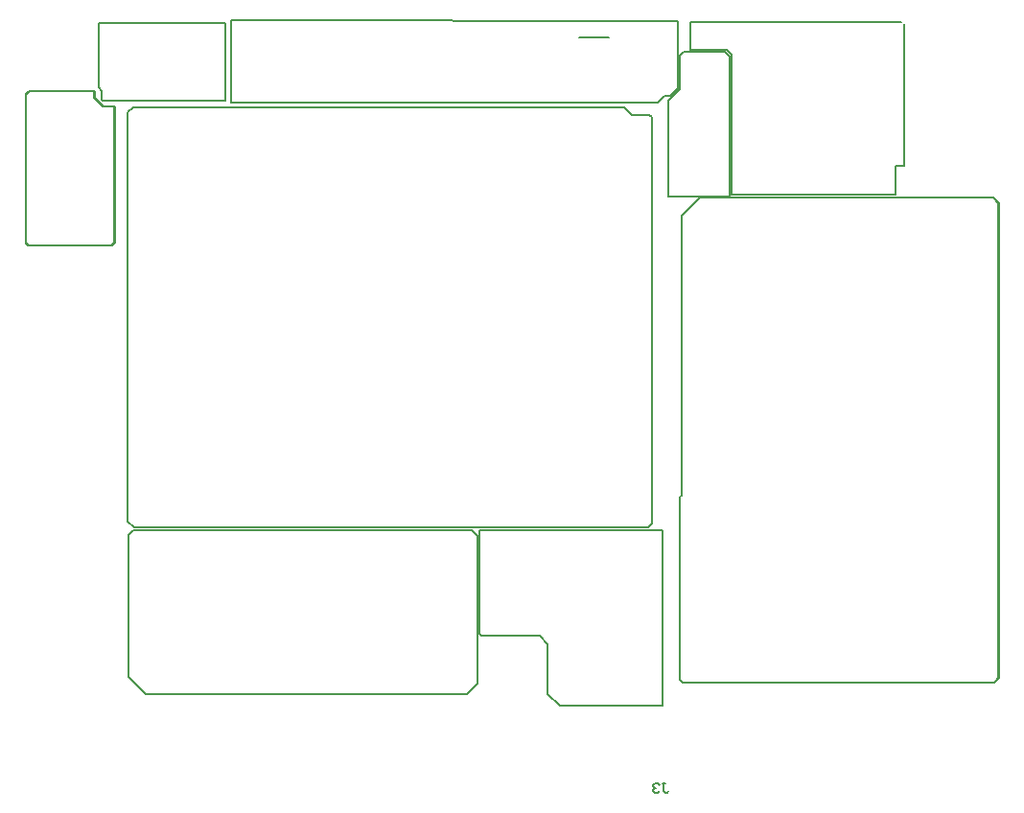
<source format=gbo>
G75*
G70*
%OFA0B0*%
%FSLAX25Y25*%
%IPPOS*%
%LPD*%
%AMOC8*
5,1,8,0,0,1.08239X$1,22.5*
%
%ADD120C,0.00787*%
%ADD215C,0.00669*%
X0000000Y0000000D02*
G01*
G75*
D120*
X0273917Y0078543D02*
X0273917Y0139665D01*
X0210236Y0139665D02*
X0273917Y0139665D01*
X0238189Y0078543D02*
X0273917Y0078543D01*
X0231004Y0103051D02*
X0233957Y0100098D01*
X0210236Y0103543D02*
X0210236Y0139665D01*
X0210729Y0103051D02*
X0231004Y0103051D01*
X0210236Y0103543D02*
X0210729Y0103051D01*
X0233957Y0082776D02*
X0233957Y0100098D01*
X0233957Y0082776D02*
X0238189Y0078543D01*
X0283465Y0316437D02*
X0356890Y0316437D01*
X0357677Y0266183D02*
X0357677Y0315650D01*
X0297835Y0256299D02*
X0354730Y0256299D01*
X0297835Y0256299D02*
X0297835Y0304823D01*
X0296063Y0306594D02*
X0297835Y0304823D01*
X0283465Y0306594D02*
X0296063Y0306594D01*
X0283465Y0306594D02*
X0283465Y0316437D01*
X0354730Y0266183D02*
X0357677Y0266183D01*
X0354730Y0256299D02*
X0354730Y0266183D01*
X0077854Y0293504D02*
X0077854Y0315936D01*
X0079158Y0288976D02*
X0121850Y0288976D01*
X0077854Y0315936D02*
X0121850Y0316089D01*
X0121850Y0288952D02*
X0121850Y0316089D01*
X0077854Y0293504D02*
X0078937Y0292421D01*
X0078937Y0289173D02*
X0078937Y0292421D01*
X0078937Y0289173D02*
X0079158Y0288976D01*
X0297047Y0255610D02*
X0297047Y0304429D01*
X0275787Y0255610D02*
X0297047Y0255610D01*
X0275787Y0255610D02*
X0275787Y0288780D01*
X0279921Y0292914D02*
X0279921Y0304528D01*
X0281299Y0305906D01*
X0295571Y0305906D01*
X0297047Y0304429D01*
X0275886Y0288878D02*
X0279921Y0292914D01*
X0279984Y0151154D02*
X0280518Y0151688D01*
X0279984Y0087655D02*
X0279984Y0151154D01*
X0279984Y0087655D02*
X0280943Y0086696D01*
X0389148Y0086696D01*
X0280518Y0151688D02*
X0280518Y0249129D01*
X0286719Y0255330D02*
X0388786Y0255330D01*
X0280518Y0249129D02*
X0286719Y0255330D01*
X0388786Y0255330D02*
X0390656Y0253460D01*
X0389148Y0086696D02*
X0390656Y0088204D01*
X0390656Y0253460D01*
X0269272Y0284055D02*
X0270154Y0283172D01*
X0268806Y0140555D02*
X0270154Y0141903D01*
X0090016Y0140555D02*
X0268806Y0140555D01*
X0087776Y0284891D02*
X0089695Y0286811D01*
X0087776Y0284891D02*
X0087776Y0142796D01*
X0270154Y0283172D02*
X0270154Y0141903D01*
X0087776Y0142796D02*
X0090016Y0140555D01*
X0263268Y0284055D02*
X0269272Y0284055D01*
X0260512Y0286811D02*
X0263268Y0284055D01*
X0089695Y0286811D02*
X0260512Y0286811D01*
X0123819Y0288386D02*
X0272047Y0288386D01*
X0274410Y0290748D01*
X0276476Y0290748D01*
X0279035Y0293307D01*
X0244980Y0310925D02*
X0255315Y0310925D01*
X0123819Y0316928D02*
X0279035Y0316635D01*
X0123819Y0288386D02*
X0123819Y0316928D01*
X0279035Y0293307D02*
X0279035Y0316635D01*
X0053884Y0292416D02*
X0076476Y0292416D01*
X0076476Y0290059D02*
X0079429Y0287106D01*
X0083366Y0239567D02*
X0083366Y0287106D01*
X0082383Y0238584D02*
X0083366Y0239567D01*
X0053445Y0238584D02*
X0082383Y0238584D01*
X0052461Y0239568D02*
X0053445Y0238584D01*
X0052461Y0239568D02*
X0052461Y0290992D01*
X0053884Y0292416D01*
X0076476Y0290059D02*
X0076476Y0292416D01*
X0079429Y0287106D02*
X0083366Y0287106D01*
X0088189Y0138091D02*
X0089764Y0139665D01*
X0088189Y0088779D02*
X0088189Y0138091D01*
X0088189Y0088779D02*
X0094291Y0082677D01*
X0205827Y0082677D01*
X0205807Y0082677D02*
X0209449Y0086319D01*
X0209449Y0137697D01*
X0207480Y0139665D02*
X0209449Y0137697D01*
X0089764Y0139665D02*
X0207480Y0139665D01*
D215*
X0273766Y0051614D02*
X0274842Y0051614D01*
X0274304Y0051614D01*
X0274304Y0048924D01*
X0274842Y0048386D01*
X0275380Y0048386D01*
X0275918Y0048924D01*
X0272691Y0051076D02*
X0272153Y0051614D01*
X0271077Y0051614D01*
X0270539Y0051076D01*
X0270539Y0050538D01*
X0271077Y0050000D01*
X0271615Y0050000D01*
X0271077Y0050000D01*
X0270539Y0049462D01*
X0270539Y0048924D01*
X0271077Y0048386D01*
X0272153Y0048386D01*
X0272691Y0048924D01*
X0087382Y0140157D02*
G01*
G75*
D120*
X0269272Y0284055D02*
X0270155Y0283172D01*
X0268806Y0140555D02*
X0270155Y0141903D01*
X0090016Y0140555D02*
X0268806Y0140555D01*
X0087776Y0284891D02*
X0089696Y0286810D01*
X0087776Y0284891D02*
X0087776Y0142795D01*
X0270155Y0283172D02*
X0270155Y0141903D01*
X0087776Y0142795D02*
X0090016Y0140555D01*
X0263268Y0284055D02*
X0269272Y0284055D01*
X0260512Y0286810D02*
X0263268Y0284055D01*
X0089696Y0286810D02*
X0260512Y0286810D01*
X0087795Y0082283D02*
G01*
G75*
D120*
X0088189Y0138090D02*
X0089764Y0139665D01*
X0088189Y0088779D02*
X0088189Y0138090D01*
X0088189Y0088779D02*
X0094291Y0082677D01*
X0205827Y0082677D01*
X0205807Y0082677D02*
X0209448Y0086318D01*
X0209448Y0137696D01*
X0207480Y0139665D02*
X0209448Y0137696D01*
X0089764Y0139665D02*
X0207480Y0139665D01*
X0209843Y0078150D02*
G01*
G75*
D120*
X0233957Y0082776D02*
X0238189Y0078544D01*
X0233957Y0082776D02*
X0233957Y0100099D01*
X0210237Y0103544D02*
X0210729Y0103051D01*
X0231005Y0103051D01*
X0210237Y0103544D02*
X0210237Y0139666D01*
X0231005Y0103051D02*
X0233957Y0100099D01*
X0238189Y0078544D02*
X0273918Y0078544D01*
X0210237Y0139666D02*
X0273918Y0139666D01*
X0273918Y0078544D02*
X0273918Y0139666D01*
X0123425Y0287992D02*
G01*
G75*
D120*
X0123819Y0288386D02*
X0272047Y0288386D01*
X0274409Y0290748D01*
X0276476Y0290748D01*
X0279035Y0293307D01*
X0244980Y0310925D02*
X0255315Y0310925D01*
X0123819Y0316928D02*
X0279035Y0316635D01*
X0123819Y0288386D02*
X0123819Y0316928D01*
X0279035Y0293307D02*
X0279035Y0316635D01*
X0283071Y0255906D02*
G01*
G75*
D120*
X0354730Y0256300D02*
X0354730Y0266183D01*
X0357677Y0266183D01*
X0283465Y0306595D02*
X0283465Y0316438D01*
X0283465Y0306595D02*
X0296063Y0306595D01*
X0297835Y0304823D01*
X0297835Y0256300D02*
X0297835Y0304823D01*
X0297835Y0256300D02*
X0354730Y0256300D01*
X0357677Y0266183D02*
X0357677Y0315650D01*
X0283465Y0316438D02*
X0356890Y0316438D01*
X0279724Y0086280D02*
G01*
G75*
D120*
X0279984Y0151155D02*
X0280517Y0151688D01*
X0279984Y0087655D02*
X0279984Y0151155D01*
X0279984Y0087655D02*
X0280943Y0086696D01*
X0389147Y0086696D01*
X0280517Y0151688D02*
X0280517Y0249129D01*
X0286718Y0255330D02*
X0388785Y0255330D01*
X0280517Y0249129D02*
X0286718Y0255330D01*
X0388785Y0255330D02*
X0390655Y0253460D01*
X0389147Y0086696D02*
X0390655Y0088204D01*
X0390655Y0253460D01*
X0077461Y0288583D02*
G01*
G75*
D120*
X0078937Y0289174D02*
X0079159Y0288977D01*
X0078937Y0289174D02*
X0078937Y0292422D01*
X0077855Y0293504D02*
X0078937Y0292422D01*
X0121851Y0288952D02*
X0121851Y0316090D01*
X0077855Y0315937D02*
X0121851Y0316090D01*
X0079159Y0288977D02*
X0121851Y0288977D01*
X0077855Y0293504D02*
X0077855Y0315937D01*
X0275394Y0255217D02*
G01*
G75*
D120*
X0297048Y0255611D02*
X0297048Y0304430D01*
X0275788Y0255611D02*
X0297048Y0255611D01*
X0275788Y0255611D02*
X0275788Y0288780D01*
X0279922Y0292914D02*
X0279922Y0304528D01*
X0281300Y0305906D01*
X0295571Y0305906D01*
X0297048Y0304430D01*
X0275886Y0288878D02*
X0279922Y0292914D01*
X0052362Y0238189D02*
G01*
G75*
D120*
X0079134Y0287106D02*
X0083071Y0287106D01*
X0076181Y0290059D02*
X0076181Y0292416D01*
X0052362Y0291189D02*
X0053589Y0292416D01*
X0052362Y0239371D02*
X0053150Y0238584D01*
X0082088Y0238584D01*
X0083071Y0239567D01*
X0083071Y0287106D01*
X0076181Y0290059D02*
X0079134Y0287106D01*
X0053589Y0292416D02*
X0076181Y0292416D01*
M02*

</source>
